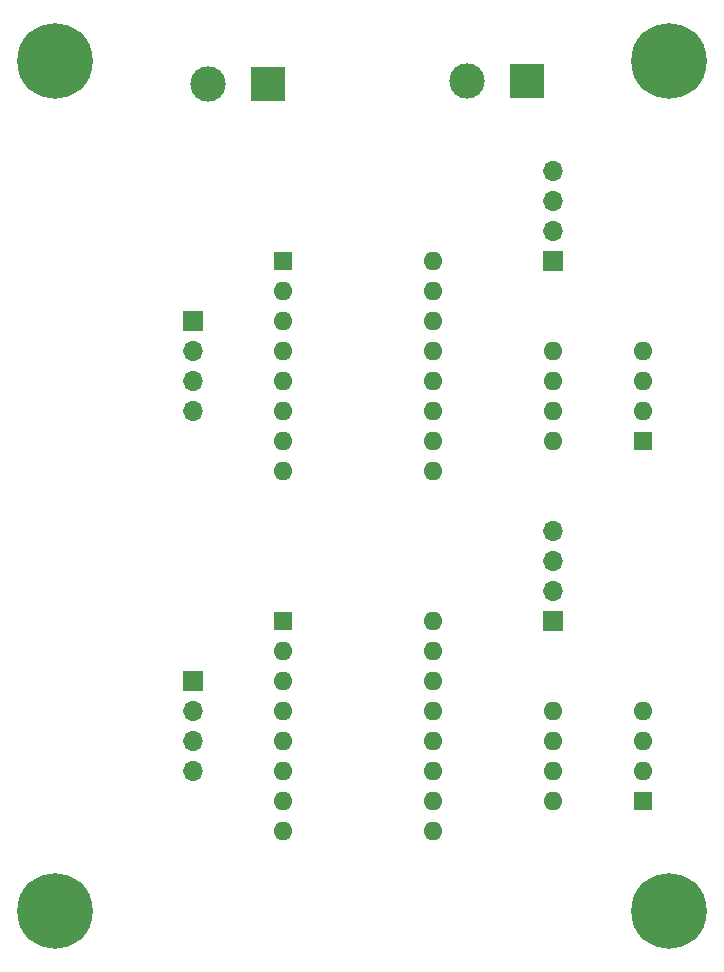
<source format=gbr>
%TF.GenerationSoftware,KiCad,Pcbnew,5.99.0+really5.1.10+dfsg1-1*%
%TF.CreationDate,2021-09-03T20:55:11+10:00*%
%TF.ProjectId,demo-driver,64656d6f-2d64-4726-9976-65722e6b6963,rev?*%
%TF.SameCoordinates,PX1c9c380PY7270e00*%
%TF.FileFunction,Copper,L1,Top*%
%TF.FilePolarity,Positive*%
%FSLAX46Y46*%
G04 Gerber Fmt 4.6, Leading zero omitted, Abs format (unit mm)*
G04 Created by KiCad (PCBNEW 5.99.0+really5.1.10+dfsg1-1) date 2021-09-03 20:55:11*
%MOMM*%
%LPD*%
G01*
G04 APERTURE LIST*
%TA.AperFunction,ComponentPad*%
%ADD10C,3.000000*%
%TD*%
%TA.AperFunction,ComponentPad*%
%ADD11R,3.000000X3.000000*%
%TD*%
%TA.AperFunction,ComponentPad*%
%ADD12O,1.700000X1.700000*%
%TD*%
%TA.AperFunction,ComponentPad*%
%ADD13R,1.700000X1.700000*%
%TD*%
%TA.AperFunction,ComponentPad*%
%ADD14C,6.400000*%
%TD*%
%TA.AperFunction,ComponentPad*%
%ADD15O,1.600000X1.600000*%
%TD*%
%TA.AperFunction,ComponentPad*%
%ADD16R,1.600000X1.600000*%
%TD*%
G04 APERTURE END LIST*
D10*
%TO.P,J3,2*%
%TO.N,GND*%
X38920000Y74280000D03*
D11*
%TO.P,J3,1*%
%TO.N,+5V*%
X44000000Y74280000D03*
%TD*%
D10*
%TO.P,J1,2*%
%TO.N,GNDA*%
X16920000Y74000000D03*
D11*
%TO.P,J1,1*%
%TO.N,+12V*%
X22000000Y74000000D03*
%TD*%
D12*
%TO.P,J6,4*%
%TO.N,PUL1*%
X46200000Y36180000D03*
%TO.P,J6,3*%
%TO.N,DIR1*%
X46200000Y33640000D03*
%TO.P,J6,2*%
%TO.N,ENA1*%
X46200000Y31100000D03*
D13*
%TO.P,J6,1*%
%TO.N,GND*%
X46200000Y28560000D03*
%TD*%
D12*
%TO.P,J5,4*%
%TO.N,PUL0*%
X46200000Y66660000D03*
%TO.P,J5,3*%
%TO.N,DIR0*%
X46200000Y64120000D03*
%TO.P,J5,2*%
%TO.N,ENA0*%
X46200000Y61580000D03*
D13*
%TO.P,J5,1*%
%TO.N,GND*%
X46200000Y59040000D03*
%TD*%
D14*
%TO.P,REF\u002A\u002A,1*%
%TO.N,GND*%
X4000000Y4000000D03*
%TD*%
%TO.P,REF\u002A\u002A,1*%
%TO.N,GND*%
X56000000Y4000000D03*
%TD*%
%TO.P,REF\u002A\u002A,1*%
%TO.N,GND*%
X56000000Y76000000D03*
%TD*%
%TO.P,REF\u002A\u002A,1*%
%TO.N,GND*%
X4000000Y76000000D03*
%TD*%
D15*
%TO.P,SW2,8*%
%TO.N,M10*%
X46200000Y13320000D03*
%TO.P,SW2,4*%
%TO.N,+5V*%
X53820000Y20940000D03*
%TO.P,SW2,7*%
%TO.N,M11*%
X46200000Y15860000D03*
%TO.P,SW2,3*%
%TO.N,+5V*%
X53820000Y18400000D03*
%TO.P,SW2,6*%
%TO.N,M12*%
X46200000Y18400000D03*
%TO.P,SW2,2*%
%TO.N,+5V*%
X53820000Y15860000D03*
%TO.P,SW2,5*%
%TO.N,Net-(SW2-Pad5)*%
X46200000Y20940000D03*
D16*
%TO.P,SW2,1*%
%TO.N,+5V*%
X53820000Y13320000D03*
%TD*%
D15*
%TO.P,SW1,8*%
%TO.N,M00*%
X46200000Y43800000D03*
%TO.P,SW1,4*%
%TO.N,+5V*%
X53820000Y51420000D03*
%TO.P,SW1,7*%
%TO.N,M01*%
X46200000Y46340000D03*
%TO.P,SW1,3*%
%TO.N,+5V*%
X53820000Y48880000D03*
%TO.P,SW1,6*%
%TO.N,M02*%
X46200000Y48880000D03*
%TO.P,SW1,2*%
%TO.N,+5V*%
X53820000Y46340000D03*
%TO.P,SW1,5*%
%TO.N,Net-(SW1-Pad5)*%
X46200000Y51420000D03*
D16*
%TO.P,SW1,1*%
%TO.N,+5V*%
X53820000Y43800000D03*
%TD*%
D12*
%TO.P,J4,4*%
%TO.N,B12*%
X15720000Y15860000D03*
%TO.P,J4,3*%
%TO.N,B11*%
X15720000Y18400000D03*
%TO.P,J4,2*%
%TO.N,A11*%
X15720000Y20940000D03*
D13*
%TO.P,J4,1*%
%TO.N,A12*%
X15720000Y23480000D03*
%TD*%
D12*
%TO.P,J2,4*%
%TO.N,B02*%
X15720000Y46340000D03*
%TO.P,J2,3*%
%TO.N,B01*%
X15720000Y48880000D03*
%TO.P,J2,2*%
%TO.N,A01*%
X15720000Y51420000D03*
D13*
%TO.P,J2,1*%
%TO.N,A02*%
X15720000Y53960000D03*
%TD*%
D15*
%TO.P,A2,16*%
%TO.N,DIR1*%
X36040000Y28560000D03*
%TO.P,A2,8*%
%TO.N,+12V*%
X23340000Y10780000D03*
%TO.P,A2,15*%
%TO.N,PUL1*%
X36040000Y26020000D03*
%TO.P,A2,7*%
%TO.N,GNDA*%
X23340000Y13320000D03*
%TO.P,A2,14*%
%TO.N,Net-(A2-Pad13)*%
X36040000Y23480000D03*
%TO.P,A2,6*%
%TO.N,B12*%
X23340000Y15860000D03*
%TO.P,A2,13*%
%TO.N,Net-(A2-Pad13)*%
X36040000Y20940000D03*
%TO.P,A2,5*%
%TO.N,B11*%
X23340000Y18400000D03*
%TO.P,A2,12*%
%TO.N,M12*%
X36040000Y18400000D03*
%TO.P,A2,4*%
%TO.N,A11*%
X23340000Y20940000D03*
%TO.P,A2,11*%
%TO.N,M11*%
X36040000Y15860000D03*
%TO.P,A2,3*%
%TO.N,A12*%
X23340000Y23480000D03*
%TO.P,A2,10*%
%TO.N,M10*%
X36040000Y13320000D03*
%TO.P,A2,2*%
%TO.N,Net-(A2-Pad2)*%
X23340000Y26020000D03*
%TO.P,A2,9*%
%TO.N,ENA1*%
X36040000Y10780000D03*
D16*
%TO.P,A2,1*%
%TO.N,GND*%
X23340000Y28560000D03*
%TD*%
D15*
%TO.P,A1,16*%
%TO.N,DIR0*%
X36040000Y59040000D03*
%TO.P,A1,8*%
%TO.N,+12V*%
X23340000Y41260000D03*
%TO.P,A1,15*%
%TO.N,PUL0*%
X36040000Y56500000D03*
%TO.P,A1,7*%
%TO.N,GNDA*%
X23340000Y43800000D03*
%TO.P,A1,14*%
%TO.N,Net-(A1-Pad13)*%
X36040000Y53960000D03*
%TO.P,A1,6*%
%TO.N,B02*%
X23340000Y46340000D03*
%TO.P,A1,13*%
%TO.N,Net-(A1-Pad13)*%
X36040000Y51420000D03*
%TO.P,A1,5*%
%TO.N,B01*%
X23340000Y48880000D03*
%TO.P,A1,12*%
%TO.N,M02*%
X36040000Y48880000D03*
%TO.P,A1,4*%
%TO.N,A01*%
X23340000Y51420000D03*
%TO.P,A1,11*%
%TO.N,M01*%
X36040000Y46340000D03*
%TO.P,A1,3*%
%TO.N,A02*%
X23340000Y53960000D03*
%TO.P,A1,10*%
%TO.N,M00*%
X36040000Y43800000D03*
%TO.P,A1,2*%
%TO.N,Net-(A1-Pad2)*%
X23340000Y56500000D03*
%TO.P,A1,9*%
%TO.N,ENA0*%
X36040000Y41260000D03*
D16*
%TO.P,A1,1*%
%TO.N,GND*%
X23340000Y59040000D03*
%TD*%
M02*

</source>
